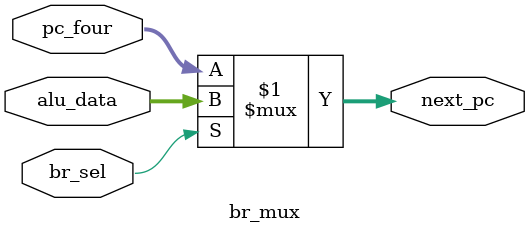
<source format=sv>
module br_mux (
	input br_sel,
	input [12:0] alu_data, pc_four,
	output [12:0] next_pc
);

	assign next_pc = (br_sel) ? alu_data : pc_four;

endmodule
</source>
